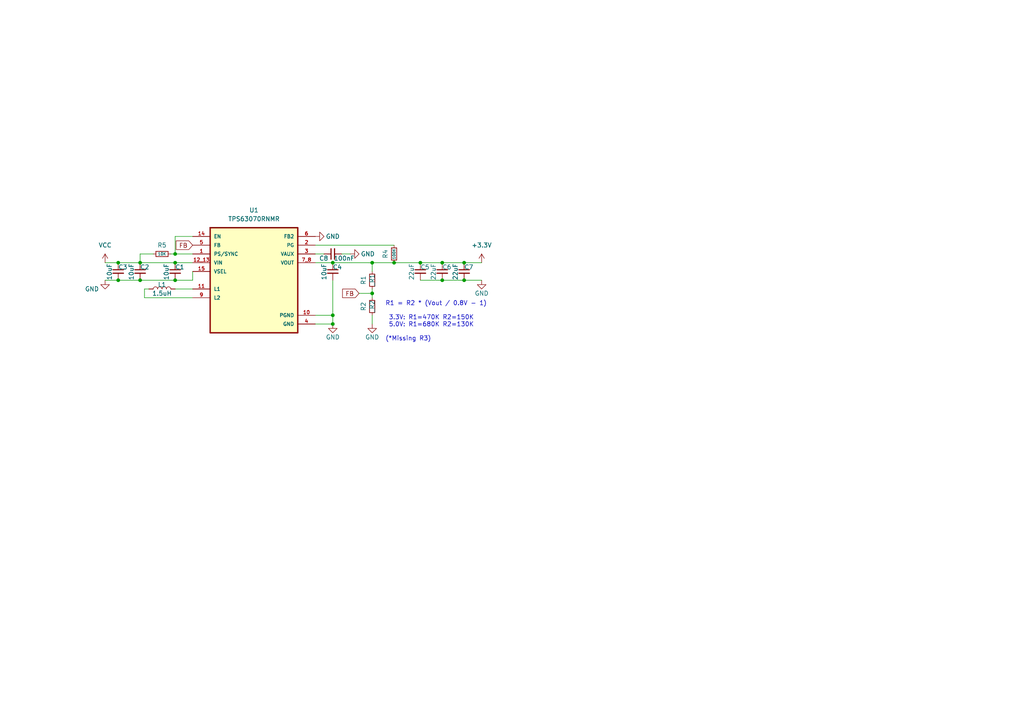
<source format=kicad_sch>
(kicad_sch (version 20230121) (generator eeschema)
  (paper "A4")
  (lib_symbols
    (symbol "Device:C_Small" (pin_numbers hide) (pin_names (offset 0.254) hide)
      (property "Reference" "C" (at 0.254 1.778 0))
      (property "Value" "C_Small" (at 0.254 -2.032 0))
      (symbol "C_Small_0_1"
        (polyline (pts (xy -1.524 -0.508) (xy 1.524 -0.508)) (stroke (width 0.3302)))
        (polyline (pts (xy -1.524 0.508) (xy 1.524 0.508)) (stroke (width 0.3048)))
      )
      (symbol "C_Small_1_1"
        (pin passive line (at 0 2.54 270) (length 2.032) (name "~") (number "1"))
        (pin passive line (at 0 -2.54 90) (length 2.032) (name "~") (number "2"))
      )
    )
    (symbol "Device:L" (pin_numbers hide) (pin_names (offset 1.016) hide)
      (property "Reference" "L" (at -1.27 0 90))
      (property "Value" "L" (at 1.905 0 90))
      (symbol "L_0_1"
        (arc (start 0 -2.54) (mid 0.6323 -1.905) (end 0 -1.27))
        (arc (start 0 -1.27) (mid 0.6323 -0.635) (end 0 0))
        (arc (start 0 0) (mid 0.6323 0.635) (end 0 1.27))
        (arc (start 0 1.27) (mid 0.6323 1.905) (end 0 2.54))
      )
      (symbol "L_1_1"
        (pin passive line (at 0 3.81 270) (length 1.27) (name "1") (number "1"))
        (pin passive line (at 0 -3.81 90) (length 1.27) (name "2") (number "2"))
      )
    )
    (symbol "Device:R_Small" (pin_numbers hide) (pin_names (offset 0.254) hide)
      (property "Reference" "R" (at 0.762 0.508 0))
      (property "Value" "R_Small" (at 0.762 -1.016 0))
      (symbol "R_Small_0_1"
        (rectangle (start -0.762 1.778) (end 0.762 -1.778) (stroke (width 0.2032)))
      )
      (symbol "R_Small_1_1"
        (pin passive line (at 0 2.54 270) (length 0.762) (name "~") (number "1"))
        (pin passive line (at 0 -2.54 90) (length 0.762) (name "~") (number "2"))
      )
    )
    (symbol "MyLibrary:TPS63070RNMR" (pin_names (offset 1.016))
      (property "Reference" "U" (at -12.7 16.24 0))
      (property "Value" "TPS63070RNMR" (at -12.7 -19.24 0))
      (symbol "TPS63070RNMR_0_0"
        (rectangle (start -12.7 -15.24) (end 12.7 15.24) (stroke (width 0.41)) (fill (type background)))
        (pin input line (at -17.78 7.62 0) (length 5.08) (name "PS/SYNC") (number "1"))
        (pin power_in line (at 17.78 -10.16 180) (length 5.08) (name "PGND") (number "10"))
        (pin bidirectional line (at -17.78 -2.54 0) (length 5.08) (name "L1") (number "11"))
        (pin input line (at -17.78 5.08 0) (length 5.08) (name "VIN") (number "12_13"))
        (pin input line (at -17.78 12.7 0) (length 5.08) (name "EN") (number "14"))
        (pin input line (at -17.78 2.54 0) (length 5.08) (name "VSEL") (number "15"))
        (pin output line (at 17.78 10.16 180) (length 5.08) (name "PG") (number "2"))
        (pin output line (at 17.78 7.62 180) (length 5.08) (name "VAUX") (number "3"))
        (pin power_in line (at 17.78 -12.7 180) (length 5.08) (name "GND") (number "4"))
        (pin input line (at -17.78 10.16 0) (length 5.08) (name "FB") (number "5"))
        (pin output line (at 17.78 12.7 180) (length 5.08) (name "FB2") (number "6"))
        (pin output line (at 17.78 5.08 180) (length 5.08) (name "VOUT") (number "7_8"))
        (pin bidirectional line (at -17.78 -5.08 0) (length 5.08) (name "L2") (number "9"))
      )
    )
    (symbol "power:+3.3V" (power) (pin_names (offset 0))
      (property "Value" "+3.3V" (at 0 3.556 0))
      (symbol "+3.3V_0_1"
        (polyline (pts (xy -0.762 1.27) (xy 0 2.54)))
        (polyline (pts (xy 0 0) (xy 0 2.54)))
        (polyline (pts (xy 0 2.54) (xy 0.762 1.27)))
      )
      (symbol "+3.3V_1_1"
        (pin power_in line (at 0 0 90) (length 0) hide (name "+3.3V") (number "1"))
      )
    )
    (symbol "power:GND" (power) (pin_names (offset 0))
      (property "Value" "GND" (at 0 -3.81 0))
      (symbol "GND_0_1"
        (polyline (pts (xy 0 0) (xy 0 -1.27) (xy 1.27 -1.27) (xy 0 -2.54) (xy -1.27 -1.27) (xy 0 -1.27)))
      )
      (symbol "GND_1_1"
        (pin power_in line (at 0 0 270) (length 0) hide (name "GND") (number "1"))
      )
    )
    (symbol "power:VCC" (power) (pin_names (offset 0))
      (property "Value" "VCC" (at 0 3.81 0))
      (symbol "VCC_0_1"
        (polyline (pts (xy -0.762 1.27) (xy 0 2.54)))
        (polyline (pts (xy 0 0) (xy 0 2.54)))
        (polyline (pts (xy 0 2.54) (xy 0.762 1.27)))
      )
      (symbol "VCC_1_1"
        (pin power_in line (at 0 0 90) (length 0) hide (name "VCC") (number "1"))
      )
    )
  )
  (junction (at 128.27 81.28))
  (junction (at 50.8 81.28))
  (junction (at 34.29 76.2))
  (junction (at 107.95 85.09))
  (junction (at 34.29 81.28))
  (junction (at 107.95 76.2))
  (junction (at 96.52 93.98))
  (junction (at 134.62 76.2))
  (junction (at 96.52 76.2))
  (junction (at 40.64 76.2))
  (junction (at 121.92 76.2))
  (junction (at 40.64 81.28))
  (junction (at 134.62 81.28))
  (junction (at 50.8 76.2))
  (junction (at 50.8 73.66))
  (junction (at 96.52 91.44))
  (junction (at 128.27 76.2))
  (junction (at 114.3 76.2))
  (wire (pts (xy 121.92 81.28) (xy 128.27 81.28)))
  (wire (pts (xy 93.98 73.66) (xy 91.44 73.66)))
  (wire (pts (xy 41.91 86.36) (xy 55.88 86.36)))
  (wire (pts (xy 114.3 76.2) (xy 121.92 76.2)))
  (wire (pts (xy 50.8 76.2) (xy 55.88 76.2)))
  (wire (pts (xy 104.14 85.09) (xy 107.95 85.09)))
  (wire (pts (xy 107.95 91.44) (xy 107.95 93.98)))
  (wire (pts (xy 41.91 86.36) (xy 41.91 83.82)))
  (wire (pts (xy 30.48 81.28) (xy 34.29 81.28)))
  (wire (pts (xy 49.53 73.66) (xy 50.8 73.66)))
  (wire (pts (xy 40.64 73.66) (xy 40.64 76.2)))
  (wire (pts (xy 34.29 81.28) (xy 40.64 81.28)))
  (wire (pts (xy 30.48 76.2) (xy 34.29 76.2)))
  (wire (pts (xy 50.8 68.58) (xy 55.88 68.58)))
  (wire (pts (xy 107.95 78.74) (xy 107.95 76.2)))
  (wire (pts (xy 107.95 86.36) (xy 107.95 85.09)))
  (wire (pts (xy 134.62 81.28) (xy 139.7 81.28)))
  (wire (pts (xy 91.44 71.12) (xy 114.3 71.12)))
  (wire (pts (xy 91.44 93.98) (xy 96.52 93.98)))
  (wire (pts (xy 40.64 73.66) (xy 44.45 73.66)))
  (wire (pts (xy 55.88 81.28) (xy 55.88 78.74)))
  (wire (pts (xy 50.8 81.28) (xy 55.88 81.28)))
  (wire (pts (xy 55.88 73.66) (xy 50.8 73.66)))
  (wire (pts (xy 107.95 85.09) (xy 107.95 83.82)))
  (wire (pts (xy 134.62 76.2) (xy 139.7 76.2)))
  (wire (pts (xy 121.92 76.2) (xy 128.27 76.2)))
  (wire (pts (xy 128.27 81.28) (xy 134.62 81.28)))
  (wire (pts (xy 101.6 73.66) (xy 99.06 73.66)))
  (wire (pts (xy 34.29 76.2) (xy 40.64 76.2)))
  (wire (pts (xy 96.52 91.44) (xy 96.52 93.98)))
  (wire (pts (xy 40.64 81.28) (xy 50.8 81.28)))
  (wire (pts (xy 40.64 76.2) (xy 50.8 76.2)))
  (wire (pts (xy 128.27 76.2) (xy 134.62 76.2)))
  (wire (pts (xy 50.8 73.66) (xy 50.8 68.58)))
  (wire (pts (xy 50.8 83.82) (xy 55.88 83.82)))
  (wire (pts (xy 91.44 91.44) (xy 96.52 91.44)))
  (wire (pts (xy 41.91 83.82) (xy 43.18 83.82)))
  (wire (pts (xy 96.52 76.2) (xy 107.95 76.2)))
  (wire (pts (xy 107.95 76.2) (xy 114.3 76.2)))
  (wire (pts (xy 96.52 81.28) (xy 96.52 91.44)))
  (wire (pts (xy 91.44 76.2) (xy 96.52 76.2)))
  (text "R1 = R2 * (Vout / 0.8V - 1)\n\n 3.3V: R1=470K R2=150K\n 5.0V: R1=680K R2=130K\n\n(*Missing R3)" (at 111.76 99.06 0) (effects (font (size 1.27 1.27)) (justify left bottom)))
  (global_label "FB" (shape input) (at 104.14 85.09 180) (property "Intersheetrefs" "${INTERSHEET_REFS}" (effects hide)))
  (global_label "FB" (shape input) (at 55.88 71.12 180) (property "Intersheetrefs" "${INTERSHEET_REFS}" (effects hide)))
  (symbol (lib_id "Device:C_Small") (at 50.8 78.74 0) (unit 1)
    (property "Reference" "C1" (at 50.8 77.47 0) (effects (justify left)))
    (property "Value" "10uF" (at 48.26 81.28 90) (effects (justify left)))
    (property "Footprint" "Capacitor_SMD:C_0603_1608Metric" (effects hide))
  )
  (symbol (lib_id "power:GND") (at 139.7 81.28 0) (unit 1)
    (property "Reference" "#PWR07" (effects hide))
    (property "Value" "GND" (at 139.7 85.09 0))
  )
  (symbol (lib_id "Device:L") (at 46.99 83.82 90) (unit 1)
    (property "Reference" "L1" (at 46.99 82.55 90))
    (property "Value" "1.5uH" (at 46.99 85.09 90))
    (property "Footprint" "Inductor_SMD:L_7.3x7.3_H3.5" (effects hide))
  )
  (symbol (lib_id "power:VCC") (at 30.48 76.2 0) (unit 1)
    (property "Reference" "#PWR02" (effects hide))
    (property "Value" "VCC" (at 30.48 71.12 0))
  )
  (symbol (lib_id "Device:C_Small") (at 96.52 73.66 90) (unit 1)
    (property "Reference" "C8" (at 95.25 74.93 90) (effects (justify left)))
    (property "Value" "100nF" (at 102.87 74.93 90) (effects (justify left)))
    (property "Footprint" "Capacitor_SMD:C_0603_1608Metric" (effects hide))
  )
  (symbol (lib_id "Device:R_Small") (at 46.99 73.66 90) (unit 1)
    (property "Reference" "R5" (at 46.99 71.12 90))
    (property "Value" "10K" (at 46.99 73.66 90) (effects (font (size 0.8 0.8))))
    (property "Footprint" "Resistor_SMD:R_0603_1608Metric" (effects hide))
  )
  (symbol (lib_id "Device:R_Small") (at 107.95 81.28 180) (unit 1)
    (property "Reference" "R1" (at 105.41 81.28 90))
    (property "Value" "_R1" (at 107.95 81.28 90))
    (property "Footprint" "Resistor_SMD:R_0603_1608Metric" (effects hide))
  )
  (symbol (lib_id "Device:C_Small") (at 40.64 78.74 0) (unit 1)
    (property "Reference" "C2" (at 40.64 77.47 0) (effects (justify left)))
    (property "Value" "10uF" (at 38.1 81.28 90) (effects (justify left)))
    (property "Footprint" "Capacitor_SMD:C_0805_2012Metric" (effects hide))
  )
  (symbol (lib_id "Device:C_Small") (at 34.29 78.74 0) (unit 1)
    (property "Reference" "C3" (at 34.29 77.47 0) (effects (justify left)))
    (property "Value" "10uF" (at 31.75 81.28 90) (effects (justify left)))
    (property "Footprint" "Capacitor_SMD:C_0805_2012Metric" (effects hide))
  )
  (symbol (lib_id "Device:C_Small") (at 96.52 78.74 0) (unit 1)
    (property "Reference" "C4" (at 96.52 77.47 0) (effects (justify left)))
    (property "Value" "10uF" (at 93.98 81.28 90) (effects (justify left)))
    (property "Footprint" "Capacitor_SMD:C_0603_1608Metric" (effects hide))
  )
  (symbol (lib_id "Device:C_Small") (at 121.92 78.74 0) (unit 1)
    (property "Reference" "C5" (at 121.92 77.47 0) (effects (justify left)))
    (property "Value" "22uF" (at 119.38 81.28 90) (effects (justify left)))
    (property "Footprint" "Capacitor_SMD:C_0805_2012Metric" (effects hide))
  )
  (symbol (lib_id "Device:R_Small") (at 114.3 73.66 180) (unit 1)
    (property "Reference" "R4" (at 111.76 73.66 90))
    (property "Value" "100K" (at 114.3 73.66 90) (effects (font (size 0.8 0.8))))
    (property "Footprint" "Resistor_SMD:R_0603_1608Metric" (effects hide))
  )
  (symbol (lib_id "Device:R_Small") (at 107.95 88.9 180) (unit 1)
    (property "Reference" "R2" (at 105.41 88.9 90))
    (property "Value" "_R2" (at 107.95 88.9 90))
    (property "Footprint" "Resistor_SMD:R_0603_1608Metric" (effects hide))
  )
  (symbol (lib_id "power:GND") (at 101.6 73.66 90) (unit 1)
    (property "Reference" "#PWR08" (effects hide))
    (property "Value" "GND" (at 106.68 73.66 90))
  )
  (symbol (lib_id "power:GND") (at 96.52 93.98 0) (unit 1)
    (property "Reference" "#PWR04" (effects hide))
    (property "Value" "GND" (at 96.52 97.79 0))
  )
  (symbol (lib_id "MyLibrary:TPS63070RNMR") (at 73.66 81.28 0) (unit 1)
    (property "Reference" "U1" (at 73.66 60.96 0))
    (property "Value" "TPS63070RNMR" (at 73.66 63.5 0))
    (property "Footprint" "MyLibrary:VREG_TPS63070RNMR" (effects hide))
    (property "MF" "Texas Instruments" (effects hide))
    (property "Description" "\nWide input voltage (2V-16V) buck-boost converter\n" (effects hide))
    (property "Package" "VQFN-HR-15 Texas Instruments" (effects hide))
    (property "Price" "None" (effects hide))
    (property "SnapEDA_Link" "https://www.snapeda.com/parts/TPS63070RNMR/Texas+Instruments/view-part/?ref=snap" (effects hide))
    (property "MP" "TPS63070RNMR" (effects hide))
    (property "Purchase-URL" "https://www.snapeda.com/api/url_track_click_mouser/?unipart_id=583017&manufacturer=Texas Instruments&part_name=TPS63070RNMR&search_term=None" (effects hide))
    (property "Availability" "In Stock" (effects hide))
    (property "Check_prices" "https://www.snapeda.com/parts/TPS63070RNMR/Texas+Instruments/view-part/?ref=eda" (effects hide))
  )
  (symbol (lib_id "Device:C_Small") (at 128.27 78.74 0) (unit 1)
    (property "Reference" "C6" (at 128.27 77.47 0) (effects (justify left)))
    (property "Value" "22uF" (at 125.73 81.28 90) (effects (justify left)))
    (property "Footprint" "Capacitor_SMD:C_0805_2012Metric" (effects hide))
  )
  (symbol (lib_id "power:GND") (at 91.44 68.58 90) (unit 1)
    (property "Reference" "#PWR03" (effects hide))
    (property "Value" "GND" (at 96.52 68.58 90))
  )
  (symbol (lib_id "power:GND") (at 107.95 93.98 0) (unit 1)
    (property "Reference" "#PWR06" (effects hide))
    (property "Value" "GND" (at 107.95 97.79 0))
  )
  (symbol (lib_id "power:+3.3V") (at 139.7 76.2 0) (unit 1)
    (property "Reference" "#PWR05" (effects hide))
    (property "Value" "+3.3V" (at 139.7 71.12 0))
  )
  (symbol (lib_id "power:GND") (at 30.48 81.28 0) (unit 1)
    (property "Reference" "#PWR01" (effects hide))
    (property "Value" "GND" (at 26.67 83.82 0))
  )
  (symbol (lib_id "Device:C_Small") (at 134.62 78.74 0) (unit 1)
    (property "Reference" "C7" (at 134.62 77.47 0) (effects (justify left)))
    (property "Value" "22uF" (at 132.08 81.28 90) (effects (justify left)))
    (property "Footprint" "Capacitor_SMD:C_0805_2012Metric" (effects hide))
  )
)
</source>
